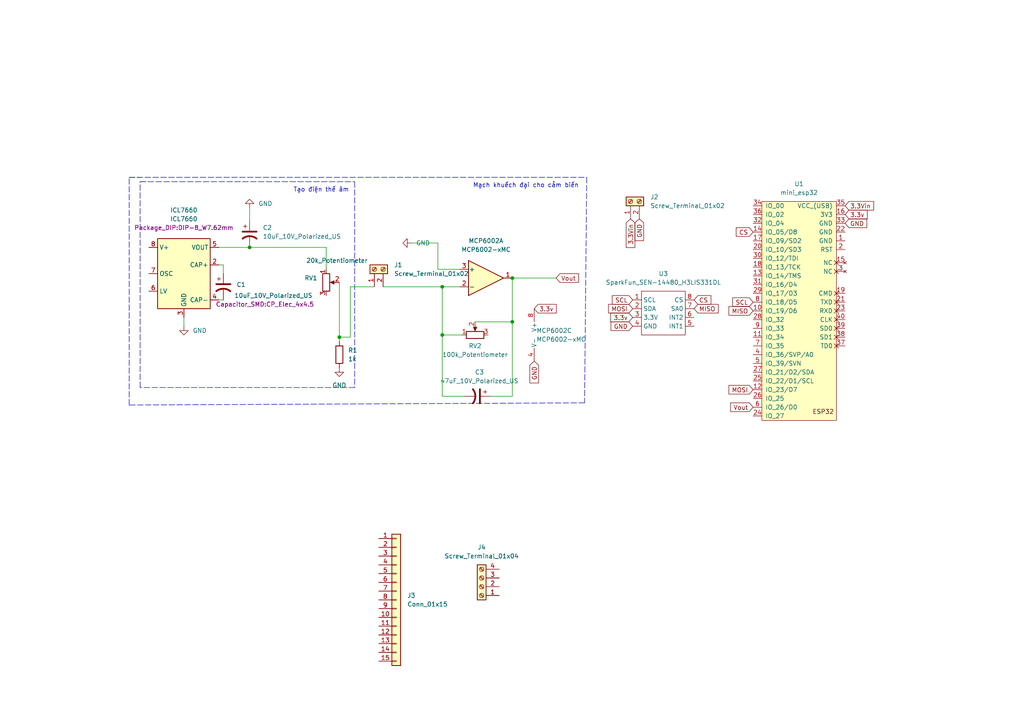
<source format=kicad_sch>
(kicad_sch (version 20211123) (generator eeschema)
  (paper "A4")
  (lib_symbols
    (symbol "Amplifier_Operational:MCP6002-xMC" (pin_names (offset 0.127))
      (property "Reference" "U" (at 0 5.08 0))
      (property "Value" "MCP6002-xMC" (at 0 -5.08 0))
      (symbol "MCP6002-xMC_1_1"
        (polyline (pts (xy -5.08 5.08) (xy 5.08 0) (xy -5.08 -5.08) (xy -5.08 5.08)) (stroke (width 0.254)) (fill (type background)))
        (pin output line (at 7.62 0 180) (length 2.54) (name "~") (number "1"))
        (pin input line (at -7.62 -2.54 0) (length 2.54) (name "-") (number "2"))
        (pin input line (at -7.62 2.54 0) (length 2.54) (name "+") (number "3"))
      )
      (symbol "MCP6002-xMC_2_1"
        (polyline (pts (xy -5.08 5.08) (xy 5.08 0) (xy -5.08 -5.08) (xy -5.08 5.08)) (stroke (width 0.254)) (fill (type background)))
        (pin input line (at -7.62 2.54 0) (length 2.54) (name "+") (number "5"))
        (pin input line (at -7.62 -2.54 0) (length 2.54) (name "-") (number "6"))
        (pin output line (at 7.62 0 180) (length 2.54) (name "~") (number "7"))
      )
      (symbol "MCP6002-xMC_3_1"
        (pin power_in line (at -2.54 -7.62 90) (length 3.81) (name "V-") (number "4"))
        (pin power_in line (at -2.54 7.62 270) (length 3.81) (name "V+") (number "8"))
        (pin passive line (at -2.54 -7.62 90) (length 3.81) hide (name "V-") (number "9"))
      )
    )
    (symbol "Connector:Screw_Terminal_01x02" (pin_names (offset 1.016) hide)
      (property "Reference" "J" (at 0 2.54 0))
      (property "Value" "Screw_Terminal_01x02" (at 0 -5.08 0))
      (symbol "Screw_Terminal_01x02_1_1"
        (rectangle (start -1.27 1.27) (end 1.27 -3.81) (stroke (width 0.254)) (fill (type background)))
        (circle (center 0 -2.54) (radius 0.635) (stroke (width 0.1524)))
        (polyline (pts (xy -0.5334 -2.2098) (xy 0.3302 -3.048)) (stroke (width 0.1524)))
        (polyline (pts (xy -0.5334 0.3302) (xy 0.3302 -0.508)) (stroke (width 0.1524)))
        (polyline (pts (xy -0.3556 -2.032) (xy 0.508 -2.8702)) (stroke (width 0.1524)))
        (polyline (pts (xy -0.3556 0.508) (xy 0.508 -0.3302)) (stroke (width 0.1524)))
        (circle (center 0 0) (radius 0.635) (stroke (width 0.1524)))
        (pin passive line (at -5.08 0 0) (length 3.81) (name "Pin_1") (number "1"))
        (pin passive line (at -5.08 -2.54 0) (length 3.81) (name "Pin_2") (number "2"))
      )
    )
    (symbol "Connector:Screw_Terminal_01x04" (pin_names (offset 1.016) hide)
      (property "Reference" "J" (at 0 5.08 0))
      (property "Value" "Screw_Terminal_01x04" (at 0 -7.62 0))
      (symbol "Screw_Terminal_01x04_1_1"
        (rectangle (start -1.27 3.81) (end 1.27 -6.35) (stroke (width 0.254)) (fill (type background)))
        (circle (center 0 -5.08) (radius 0.635) (stroke (width 0.1524)))
        (circle (center 0 -2.54) (radius 0.635) (stroke (width 0.1524)))
        (polyline (pts (xy -0.5334 -4.7498) (xy 0.3302 -5.588)) (stroke (width 0.1524)))
        (polyline (pts (xy -0.5334 -2.2098) (xy 0.3302 -3.048)) (stroke (width 0.1524)))
        (polyline (pts (xy -0.5334 0.3302) (xy 0.3302 -0.508)) (stroke (width 0.1524)))
        (polyline (pts (xy -0.5334 2.8702) (xy 0.3302 2.032)) (stroke (width 0.1524)))
        (polyline (pts (xy -0.3556 -4.572) (xy 0.508 -5.4102)) (stroke (width 0.1524)))
        (polyline (pts (xy -0.3556 -2.032) (xy 0.508 -2.8702)) (stroke (width 0.1524)))
        (polyline (pts (xy -0.3556 0.508) (xy 0.508 -0.3302)) (stroke (width 0.1524)))
        (polyline (pts (xy -0.3556 3.048) (xy 0.508 2.2098)) (stroke (width 0.1524)))
        (circle (center 0 0) (radius 0.635) (stroke (width 0.1524)))
        (circle (center 0 2.54) (radius 0.635) (stroke (width 0.1524)))
        (pin passive line (at -5.08 2.54 0) (length 3.81) (name "Pin_1") (number "1"))
        (pin passive line (at -5.08 0 0) (length 3.81) (name "Pin_2") (number "2"))
        (pin passive line (at -5.08 -2.54 0) (length 3.81) (name "Pin_3") (number "3"))
        (pin passive line (at -5.08 -5.08 0) (length 3.81) (name "Pin_4") (number "4"))
      )
    )
    (symbol "Connector_Generic:Conn_01x15" (pin_names (offset 1.016) hide)
      (property "Reference" "J" (at 0 20.32 0))
      (property "Value" "Conn_01x15" (at 0 -20.32 0))
      (symbol "Conn_01x15_1_1"
        (rectangle (start -1.27 -17.653) (end 0 -17.907) (stroke (width 0.1524)))
        (rectangle (start -1.27 -15.113) (end 0 -15.367) (stroke (width 0.1524)))
        (rectangle (start -1.27 -12.573) (end 0 -12.827) (stroke (width 0.1524)))
        (rectangle (start -1.27 -10.033) (end 0 -10.287) (stroke (width 0.1524)))
        (rectangle (start -1.27 -7.493) (end 0 -7.747) (stroke (width 0.1524)))
        (rectangle (start -1.27 -4.953) (end 0 -5.207) (stroke (width 0.1524)))
        (rectangle (start -1.27 -2.413) (end 0 -2.667) (stroke (width 0.1524)))
        (rectangle (start -1.27 0.127) (end 0 -0.127) (stroke (width 0.1524)))
        (rectangle (start -1.27 2.667) (end 0 2.413) (stroke (width 0.1524)))
        (rectangle (start -1.27 5.207) (end 0 4.953) (stroke (width 0.1524)))
        (rectangle (start -1.27 7.747) (end 0 7.493) (stroke (width 0.1524)))
        (rectangle (start -1.27 10.287) (end 0 10.033) (stroke (width 0.1524)))
        (rectangle (start -1.27 12.827) (end 0 12.573) (stroke (width 0.1524)))
        (rectangle (start -1.27 15.367) (end 0 15.113) (stroke (width 0.1524)))
        (rectangle (start -1.27 17.907) (end 0 17.653) (stroke (width 0.1524)))
        (rectangle (start -1.27 19.05) (end 1.27 -19.05) (stroke (width 0.254)) (fill (type background)))
        (pin passive line (at -5.08 17.78 0) (length 3.81) (name "Pin_1") (number "1"))
        (pin passive line (at -5.08 -5.08 0) (length 3.81) (name "Pin_10") (number "10"))
        (pin passive line (at -5.08 -7.62 0) (length 3.81) (name "Pin_11") (number "11"))
        (pin passive line (at -5.08 -10.16 0) (length 3.81) (name "Pin_12") (number "12"))
        (pin passive line (at -5.08 -12.7 0) (length 3.81) (name "Pin_13") (number "13"))
        (pin passive line (at -5.08 -15.24 0) (length 3.81) (name "Pin_14") (number "14"))
        (pin passive line (at -5.08 -17.78 0) (length 3.81) (name "Pin_15") (number "15"))
        (pin passive line (at -5.08 15.24 0) (length 3.81) (name "Pin_2") (number "2"))
        (pin passive line (at -5.08 12.7 0) (length 3.81) (name "Pin_3") (number "3"))
        (pin passive line (at -5.08 10.16 0) (length 3.81) (name "Pin_4") (number "4"))
        (pin passive line (at -5.08 7.62 0) (length 3.81) (name "Pin_5") (number "5"))
        (pin passive line (at -5.08 5.08 0) (length 3.81) (name "Pin_6") (number "6"))
        (pin passive line (at -5.08 2.54 0) (length 3.81) (name "Pin_7") (number "7"))
        (pin passive line (at -5.08 0 0) (length 3.81) (name "Pin_8") (number "8"))
        (pin passive line (at -5.08 -2.54 0) (length 3.81) (name "Pin_9") (number "9"))
      )
    )
    (symbol "Device:C_Polarized_US" (pin_numbers hide) (pin_names (offset 0.254) hide)
      (property "Reference" "C" (at 0.635 2.54 0))
      (property "Value" "C_Polarized_US" (at 0.635 -2.54 0))
      (symbol "C_Polarized_US_0_1"
        (polyline (pts (xy -2.032 0.762) (xy 2.032 0.762)) (stroke (width 0.508)))
        (polyline (pts (xy -1.778 2.286) (xy -0.762 2.286)))
        (polyline (pts (xy -1.27 1.778) (xy -1.27 2.794)))
        (arc (start 2.032 -1.27) (mid 0 -0.5572) (end -2.032 -1.27) (stroke (width 0.508)))
      )
      (symbol "C_Polarized_US_1_1"
        (pin passive line (at 0 3.81 270) (length 2.794) (name "~") (number "1"))
        (pin passive line (at 0 -3.81 90) (length 3.302) (name "~") (number "2"))
      )
    )
    (symbol "Device:R" (pin_numbers hide) (pin_names (offset 0))
      (property "Reference" "R" (at 2.032 0 90))
      (property "Value" "R" (at 0 0 90))
      (symbol "R_0_1"
        (rectangle (start -1.016 -2.54) (end 1.016 2.54) (stroke (width 0.254)))
      )
      (symbol "R_1_1"
        (pin passive line (at 0 3.81 270) (length 1.27) (name "~") (number "1"))
        (pin passive line (at 0 -3.81 90) (length 1.27) (name "~") (number "2"))
      )
    )
    (symbol "Device:R_Potentiometer" (pin_names (offset 1.016) hide)
      (property "Reference" "RV" (at -4.445 0 90))
      (property "Value" "R_Potentiometer" (at -2.54 0 90))
      (symbol "R_Potentiometer_0_1"
        (polyline (pts (xy 2.54 0) (xy 1.524 0)))
        (polyline (pts (xy 1.143 0) (xy 2.286 0.508) (xy 2.286 -0.508) (xy 1.143 0)) (fill (type outline)))
        (rectangle (start 1.016 2.54) (end -1.016 -2.54) (stroke (width 0.254)))
      )
      (symbol "R_Potentiometer_1_1"
        (pin passive line (at 0 3.81 270) (length 1.27) (name "1") (number "1"))
        (pin passive line (at 3.81 0 180) (length 1.27) (name "2") (number "2"))
        (pin passive line (at 0 -3.81 90) (length 1.27) (name "3") (number "3"))
      )
    )
    (symbol "ESP32_mini:mini_esp32" (pin_names (offset 1.016))
      (property "Reference" "U" (at -7.62 -50.8 0))
      (property "Value" "mini_esp32" (at 5.08 -59.69 0))
      (symbol "mini_esp32_0_0"
        (text "ESP32" (at 7.62 -62.23 0) (effects (font (size 1.27 1.27))))
        (pin power_in line (at 13.97 -12.7 180) (length 2.54) (name "GND") (number "1"))
        (pin input line (at 13.97 -15.24 180) (length 2.54) (name "RST") (number "2"))
        (pin no_connect non_logic (at 13.97 -21.59 180) (length 2.54) (name "NC") (number "3"))
        (pin bidirectional line (at -12.7 -45.72 0) (length 2.54) (name "IO_36/SVP/A0") (number "4"))
        (pin bidirectional line (at -12.7 -48.26 0) (length 2.54) (name "IO_39/SVN") (number "5"))
      )
      (symbol "mini_esp32_0_1"
        (rectangle (start -10.16 -1.27) (end 11.43 -64.77) (fill (type background)))
      )
      (symbol "mini_esp32_1_1"
        (pin bidirectional line (at -12.7 -33.02 0) (length 2.54) (name "IO_19/D6") (number "10"))
        (pin bidirectional line (at -12.7 -40.64 0) (length 2.54) (name "IO_34") (number "11"))
        (pin bidirectional line (at -12.7 -55.88 0) (length 2.54) (name "IO_23/D7") (number "12"))
        (pin bidirectional line (at -12.7 -22.86 0) (length 2.54) (name "IO_14/TMS") (number "13"))
        (pin bidirectional line (at -12.7 -10.16 0) (length 2.54) (name "IO_05/D8") (number "14"))
        (pin no_connect non_logic (at 13.97 -19.05 180) (length 2.54) (name "NC") (number "15"))
        (pin power_in line (at 13.97 -5.08 180) (length 2.54) (name "3V3") (number "16"))
        (pin bidirectional line (at -12.7 -12.7 0) (length 2.54) (name "IO_09/SD2") (number "17"))
        (pin bidirectional line (at -12.7 -20.32 0) (length 2.54) (name "IO_13/TCK") (number "18"))
        (pin passive non_logic (at 13.97 -27.94 180) (length 2.54) (name "CMD") (number "19"))
        (pin bidirectional line (at -12.7 -15.24 0) (length 2.54) (name "IO_10/SD3") (number "20"))
        (pin passive non_logic (at 13.97 -30.48 180) (length 2.54) (name "TXD") (number "21"))
        (pin power_in line (at 13.97 -10.16 180) (length 2.54) (name "GND") (number "22"))
        (pin passive non_logic (at 13.97 -33.02 180) (length 2.54) (name "RXD") (number "23"))
        (pin bidirectional line (at -12.7 -63.5 0) (length 2.54) (name "IO_27") (number "24"))
        (pin bidirectional line (at -12.7 -53.34 0) (length 2.54) (name "IO_22/D1/SCL") (number "25"))
        (pin bidirectional line (at -12.7 -58.42 0) (length 2.54) (name "IO_25") (number "26"))
        (pin bidirectional line (at -12.7 -50.8 0) (length 2.54) (name "IO_21/D2/SDA") (number "27"))
        (pin bidirectional line (at -12.7 -35.56 0) (length 2.54) (name "IO_32") (number "28"))
        (pin bidirectional line (at -12.7 -27.94 0) (length 2.54) (name "IO_17/D3") (number "29"))
        (pin bidirectional line (at -12.7 -17.78 0) (length 2.54) (name "IO_12/TDI") (number "30"))
        (pin bidirectional line (at -12.7 -25.4 0) (length 2.54) (name "IO_16/D4") (number "31"))
        (pin bidirectional line (at -12.7 -7.62 0) (length 2.54) (name "IO_04") (number "32"))
        (pin power_in line (at 13.97 -7.62 180) (length 2.54) (name "GND") (number "33"))
        (pin bidirectional line (at -12.7 -2.54 0) (length 2.54) (name "IO_00") (number "34"))
        (pin power_in line (at 13.97 -2.54 180) (length 2.54) (name "VCC_(USB)") (number "35"))
        (pin bidirectional line (at -12.7 -5.08 0) (length 2.54) (name "IO_02") (number "36"))
        (pin passive non_logic (at 13.97 -43.18 180) (length 2.54) (name "TD0") (number "37"))
        (pin passive non_logic (at 13.97 -40.64 180) (length 2.54) (name "SD1") (number "38"))
        (pin passive non_logic (at 13.97 -38.1 180) (length 2.54) (name "SD0") (number "39"))
        (pin passive non_logic (at 13.97 -35.56 180) (length 2.54) (name "CLK") (number "40"))
        (pin bidirectional line (at -12.7 -60.96 0) (length 2.54) (name "IO_26/D0") (number "6"))
        (pin bidirectional line (at -12.7 -43.18 0) (length 2.54) (name "IO_35") (number "7"))
        (pin bidirectional line (at -12.7 -30.48 0) (length 2.54) (name "IO_18/D5") (number "8"))
        (pin bidirectional line (at -12.7 -38.1 0) (length 2.54) (name "IO_33") (number "9"))
      )
    )
    (symbol "Regulator_SwitchedCapacitor:ICL7660"
      (property "Reference" "U" (at -6.35 11.43 0))
      (property "Value" "ICL7660" (at 3.81 11.43 0))
      (symbol "ICL7660_0_1"
        (rectangle (start -7.62 10.16) (end 7.62 -10.16) (stroke (width 0.254)) (fill (type background)))
      )
      (symbol "ICL7660_1_1"
        (pin no_connect line (at -7.62 5.08 0) (length 2.54) hide (name "NC") (number "1"))
        (pin input line (at 10.16 2.54 180) (length 2.54) (name "CAP+") (number "2"))
        (pin power_in line (at 0 -12.7 90) (length 2.54) (name "GND") (number "3"))
        (pin input line (at 10.16 -7.62 180) (length 2.54) (name "CAP-") (number "4"))
        (pin power_out line (at 10.16 7.62 180) (length 2.54) (name "VOUT") (number "5"))
        (pin input line (at -10.16 -5.08 0) (length 2.54) (name "LV") (number "6"))
        (pin input line (at -10.16 0 0) (length 2.54) (name "OSC") (number "7"))
        (pin power_in line (at -10.16 7.62 0) (length 2.54) (name "V+") (number "8"))
      )
    )
    (symbol "SparkFun_SEN-14480_H3LIS331DL_1"
      (property "Reference" "U" (at 0 11.43 0))
      (property "Value" "SparkFun_SEN-14480_H3LIS331DL_1" (at 1.27 8.89 0))
      (symbol "SparkFun_SEN-14480_H3LIS331DL_1_0_1"
        (rectangle (start -6.35 6.35) (end 6.35 -6.35))
      )
      (symbol "SparkFun_SEN-14480_H3LIS331DL_1_1_1"
        (pin input line (at -8.89 3.81 0) (length 2.54) (name "SCL") (number "1"))
        (pin input line (at -8.89 1.27 0) (length 2.54) (name "SDA") (number "2"))
        (pin input line (at -8.89 -1.27 0) (length 2.54) (name "3.3V") (number "3"))
        (pin input line (at -8.89 -3.81 0) (length 2.54) (name "GND") (number "4"))
        (pin input line (at 8.89 -3.81 180) (length 2.54) (name "INT1") (number "5"))
        (pin input line (at 8.89 -1.27 180) (length 2.54) (name "INT2") (number "6"))
        (pin input line (at 8.89 1.27 180) (length 2.54) (name "SA0") (number "7"))
        (pin input line (at 8.89 3.81 180) (length 2.54) (name "CS") (number "8"))
      )
    )
    (symbol "power:GND" (power) (pin_names (offset 0))
      (property "Value" "GND" (at 0 -3.81 0))
      (symbol "GND_0_1"
        (polyline (pts (xy 0 0) (xy 0 -1.27) (xy 1.27 -1.27) (xy 0 -2.54) (xy -1.27 -1.27) (xy 0 -1.27)))
      )
      (symbol "GND_1_1"
        (pin power_in line (at 0 0 270) (length 0) hide (name "GND") (number "1"))
      )
    )
  )
  (junction (at 148.59 80.645))
  (junction (at 128.27 83.185))
  (junction (at 72.39 71.755))
  (junction (at 148.59 93.345))
  (junction (at 128.27 97.155))
  (junction (at 98.425 97.79))
  (wire (pts (xy 128.27 83.185) (xy 133.35 83.185)))
  (wire (pts (xy 148.59 114.935) (xy 142.24 114.935)))
  (wire (pts (xy 134.62 114.935) (xy 128.27 114.935)))
  (wire (pts (xy 128.27 97.155) (xy 133.985 97.155)))
  (polyline (pts (xy 102.87 52.705) (xy 102.87 112.395)))
  (wire (pts (xy 101.6 83.185) (xy 108.585 83.185)))
  (wire (pts (xy 101.6 83.185) (xy 101.6 97.79)))
  (wire (pts (xy 148.59 80.645) (xy 148.59 93.345)))
  (wire (pts (xy 127 78.105) (xy 127 70.485)))
  (polyline (pts (xy 37.465 51.435) (xy 170.18 51.435)))
  (wire (pts (xy 94.615 78.105) (xy 94.615 71.755)))
  (wire (pts (xy 64.77 76.835) (xy 64.77 79.375)))
  (wire (pts (xy 94.615 71.755) (xy 72.39 71.755)))
  (wire (pts (xy 111.125 83.185) (xy 128.27 83.185)))
  (wire (pts (xy 148.59 93.345) (xy 148.59 114.935)))
  (polyline (pts (xy 37.465 51.435) (xy 40.64 51.435)))
  (polyline (pts (xy 40.64 52.705) (xy 43.18 52.705)))
  (wire (pts (xy 128.27 83.185) (xy 128.27 97.155)))
  (polyline (pts (xy 102.87 112.395) (xy 40.64 112.395)))
  (wire (pts (xy 53.34 92.075) (xy 53.34 94.615)))
  (polyline (pts (xy 169.545 116.84) (xy 37.465 117.475)))
  (wire (pts (xy 98.425 97.79) (xy 98.425 99.06)))
  (wire (pts (xy 63.5 71.755) (xy 72.39 71.755)))
  (wire (pts (xy 63.5 86.995) (xy 64.77 86.995)))
  (polyline (pts (xy 37.465 117.475) (xy 37.465 51.435)))
  (wire (pts (xy 128.27 97.155) (xy 128.27 114.935)))
  (wire (pts (xy 98.425 81.915) (xy 98.425 97.79)))
  (wire (pts (xy 101.6 97.79) (xy 98.425 97.79)))
  (wire (pts (xy 72.39 60.325) (xy 72.39 64.135)))
  (wire (pts (xy 133.35 78.105) (xy 127 78.105)))
  (wire (pts (xy 127 70.485) (xy 119.38 70.485)))
  (polyline (pts (xy 170.18 51.435) (xy 169.545 116.84)))
  (wire (pts (xy 137.795 93.345) (xy 148.59 93.345)))
  (polyline (pts (xy 40.64 112.395) (xy 40.64 52.705)))
  (polyline (pts (xy 40.64 52.705) (xy 102.87 52.705)))
  (wire (pts (xy 148.59 80.645) (xy 161.29 80.645)))
  (wire (pts (xy 63.5 76.835) (xy 64.77 76.835)))
  (text "Mạch khuếch đại cho cảm biến" (at 137.16 54.61 0) (effects (font (size 1.27 1.27)) (justify left bottom)))
  (text "Tạo điện thế âm\n" (at 85.09 55.88 0) (effects (font (size 1.27 1.27)) (justify left bottom)))
  (global_label "SCL" (shape input) (at 218.44 87.63 180) (property "Intersheet References" "${INTERSHEET_REFS}" (effects hide)))
  (global_label "SCL" (shape input) (at 183.515 86.995 180) (property "Intersheet References" "${INTERSHEET_REFS}" (effects hide)))
  (global_label "3.3Vin" (shape input) (at 182.88 63.5 270) (property "Intersheet References" "${INTERSHEET_REFS}" (effects hide)))
  (global_label "Vout" (shape input) (at 218.44 118.11 180) (property "Intersheet References" "${INTERSHEET_REFS}" (effects hide)))
  (global_label "CS" (shape input) (at 201.295 86.995 0) (property "Intersheet References" "${INTERSHEET_REFS}" (effects hide)))
  (global_label "MOSI" (shape input) (at 183.515 89.535 180) (property "Intersheet References" "${INTERSHEET_REFS}" (effects hide)))
  (global_label "GND" (shape input) (at 183.515 94.615 180) (property "Intersheet References" "${INTERSHEET_REFS}" (effects hide)))
  (global_label "3.3v" (shape input) (at 245.11 62.23 0) (property "Intersheet References" "${INTERSHEET_REFS}" (effects hide)))
  (global_label "GND" (shape input) (at 245.11 64.77 0) (property "Intersheet References" "${INTERSHEET_REFS}" (effects hide)))
  (global_label "3.3Vin" (shape input) (at 245.11 59.69 0) (property "Intersheet References" "${INTERSHEET_REFS}" (effects hide)))
  (global_label "GND" (shape input) (at 185.42 63.5 270) (property "Intersheet References" "${INTERSHEET_REFS}" (effects hide)))
  (global_label "MOSI" (shape input) (at 218.44 113.03 180) (property "Intersheet References" "${INTERSHEET_REFS}" (effects hide)))
  (global_label "3.3v" (shape input) (at 183.515 92.075 180) (property "Intersheet References" "${INTERSHEET_REFS}" (effects hide)))
  (global_label "MISO" (shape input) (at 201.295 89.535 0) (property "Intersheet References" "${INTERSHEET_REFS}" (effects hide)))
  (global_label "Vout" (shape input) (at 161.29 80.645 0) (property "Intersheet References" "${INTERSHEET_REFS}" (effects hide)))
  (global_label "CS" (shape input) (at 218.44 67.31 180) (property "Intersheet References" "${INTERSHEET_REFS}" (effects hide)))
  (global_label "GND" (shape input) (at 154.94 104.775 270) (property "Intersheet References" "${INTERSHEET_REFS}" (effects hide)))
  (global_label "MISO" (shape input) (at 218.44 90.17 180) (property "Intersheet References" "${INTERSHEET_REFS}" (effects hide)))
  (global_label "3.3v" (shape input) (at 154.94 89.535 0) (property "Intersheet References" "${INTERSHEET_REFS}" (effects hide)))
  (symbol (lib_id "power:GND") (at 53.34 94.615 0) (unit 1)
    (property "Reference" "#PWR0104" (effects hide))
    (property "Value" "GND" (at 55.88 95.8849 0) (effects (justify left)))
  )
  (symbol (lib_id "Device:C_Polarized_US") (at 72.39 67.945 0) (unit 1)
    (property "Reference" "C2" (at 76.2 66.0399 0) (effects (justify left)))
    (property "Value" "10uF_10V_Polarized_US" (at 76.2 68.5799 0) (effects (justify left)))
    (property "Footprint" "Capacitor_SMD:CP_Elec_4x4.5" (effects hide))
  )
  (symbol (lib_id "power:GND") (at 98.425 106.68 0) (unit 1)
    (property "Reference" "#PWR0102" (effects hide))
    (property "Value" "GND" (at 98.425 111.76 0))
  )
  (symbol (lib_id "Connector_Generic:Conn_01x15") (at 114.935 173.99 0) (unit 1)
    (property "Reference" "J3" (at 118.11 172.7199 0) (effects (justify left)))
    (property "Value" "Conn_01x15" (at 118.11 175.2599 0) (effects (justify left)))
    (property "Footprint" "Connector_PinSocket_2.54mm:PinSocket_1x15_P2.54mm_Vertical" (effects hide))
  )
  (symbol (lib_id "Amplifier_Operational:MCP6002-xMC") (at 157.48 97.155 0) (unit 3)
    (property "Reference" "MCP6002" (at 155.575 95.8849 0) (effects (justify left)))
    (property "Value" "MCP6002-xMC" (at 155.575 98.4249 0) (effects (justify left)))
    (property "Footprint" "Package_DFN_QFN:DFN-8-1EP_3x2mm_P0.5mm_EP1.75x1.45mm" (effects hide))
    (property "Datasheet" "http://ww1.microchip.com/downloads/en/DeviceDoc/21733j.pdf" (effects hide))
  )
  (symbol (lib_name "SparkFun_SEN-14480_H3LIS331DL_1") (lib_id "SparkFun_H3LIS331DL:SparkFun_SEN-14480_H3LIS331DL") (at 192.405 90.805 0) (unit 1)
    (property "Reference" "U3" (at 192.405 79.375 0))
    (property "Value" "SparkFun_SEN-14480_H3LIS331DL" (at 192.405 81.915 0))
    (property "Footprint" "SparkFun_Tri_Axis_Accel_Breakout-H3LIS331DL_1:SparkFun_Tri_Axis_Accel_Breakout-H3LIS331DL" (effects hide))
  )
  (symbol (lib_id "Device:C_Polarized_US") (at 64.77 83.185 0) (unit 1)
    (property "Reference" "C1" (at 68.58 82.55 0) (effects (justify left)))
    (property "Value" "10uF_10V_Polarized_US" (at 67.945 85.725 0) (effects (justify left)))
    (property "Footprint" "Capacitor_SMD:CP_Elec_4x4.5" (at 76.835 88.265 0))
  )
  (symbol (lib_id "power:GND") (at 72.39 60.325 180) (unit 1)
    (property "Reference" "#PWR0103" (effects hide))
    (property "Value" "GND" (at 74.93 59.0549 0) (effects (justify right)))
  )
  (symbol (lib_id "Device:R_Potentiometer") (at 137.795 97.155 90) (unit 1)
    (property "Reference" "RV2" (at 137.795 100.33 90))
    (property "Value" "100k_Potentiometer" (at 137.795 102.87 90))
    (property "Footprint" "3362P-1-103LF:3362P_1" (effects hide))
  )
  (symbol (lib_id "Amplifier_Operational:MCP6002-xMC") (at 140.97 80.645 0) (unit 1)
    (property "Reference" "MCP6002" (at 140.97 69.85 0))
    (property "Value" "MCP6002-xMC" (at 140.97 72.39 0))
    (property "Footprint" "Package_DIP:DIP-8_W7.62mm" (effects hide))
    (property "Datasheet" "http://ww1.microchip.com/downloads/en/DeviceDoc/21733j.pdf" (effects hide))
  )
  (symbol (lib_id "Connector:Screw_Terminal_01x02") (at 182.88 58.42 90) (unit 1)
    (property "Reference" "J2" (at 188.595 57.1499 90) (effects (justify right)))
    (property "Value" "Screw_Terminal_01x02" (at 188.595 59.6899 90) (effects (justify right)))
    (property "Footprint" "TerminalBlock_Phoenix:TerminalBlock_Phoenix_MKDS-1,5-2-5.08_1x02_P5.08mm_Horizontal" (effects hide))
  )
  (symbol (lib_id "ESP32_mini:mini_esp32") (at 231.14 57.15 0) (unit 1)
    (property "Reference" "U1" (at 231.775 53.34 0))
    (property "Value" "mini_esp32" (at 231.775 55.88 0))
    (property "Footprint" "ESP32_mini:ESP32_mini" (effects hide))
  )
  (symbol (lib_id "power:GND") (at 119.38 70.485 270) (unit 1)
    (property "Reference" "#PWR0101" (effects hide))
    (property "Value" "GND" (at 120.65 70.4849 90) (effects (justify left)))
  )
  (symbol (lib_id "Connector:Screw_Terminal_01x02") (at 108.585 78.105 90) (unit 1)
    (property "Reference" "J1" (at 114.3 76.8349 90) (effects (justify right)))
    (property "Value" "Screw_Terminal_01x02" (at 114.3 79.3749 90) (effects (justify right)))
    (property "Footprint" "TerminalBlock_Phoenix:TerminalBlock_Phoenix_MKDS-1,5-2-5.08_1x02_P5.08mm_Horizontal" (effects hide))
  )
  (symbol (lib_id "Connector:Screw_Terminal_01x04") (at 139.7 170.18 180) (unit 1)
    (property "Reference" "J4" (at 139.7 158.75 0))
    (property "Value" "Screw_Terminal_01x04" (at 139.7 161.29 0))
    (property "Footprint" "Connector_PinSocket_2.54mm:PinSocket_1x04_P2.54mm_Vertical" (effects hide))
  )
  (symbol (lib_id "Device:C_Polarized_US") (at 138.43 114.935 270) (unit 1)
    (property "Reference" "C3" (at 139.065 107.95 90))
    (property "Value" "47uF_10V_Polarized_US" (at 139.065 110.49 90))
    (property "Footprint" "Capacitor_SMD:CP_Elec_4x4.5" (effects hide))
  )
  (symbol (lib_id "Device:R") (at 98.425 102.87 0) (unit 1)
    (property "Reference" "R1" (at 100.965 101.5999 0) (effects (justify left)))
    (property "Value" "1k" (at 100.965 104.1399 0) (effects (justify left)))
    (property "Footprint" "Resistor_SMD:R_0805_2012Metric" (effects hide))
  )
  (symbol (lib_id "Regulator_SwitchedCapacitor:ICL7660") (at 53.34 79.375 0) (unit 1)
    (property "Reference" "ICL7660" (at 53.34 60.96 0))
    (property "Value" "ICL7660" (at 53.34 63.5 0))
    (property "Footprint" "Package_DIP:DIP-8_W7.62mm" (at 53.34 66.04 0))
    (property "Datasheet" "http://datasheets.maximintegrated.com/en/ds/ICL7660-MAX1044.pdf" (effects hide))
  )
  (symbol (lib_id "Device:R_Potentiometer") (at 94.615 81.915 0) (unit 1)
    (property "Reference" "RV1" (at 92.075 80.6449 0) (effects (justify right)))
    (property "Value" "20k_Potentiometer" (at 106.68 75.565 0) (effects (justify right)))
    (property "Footprint" "3362P-1-103LF:3362P_1" (effects hide))
  )
)
</source>
